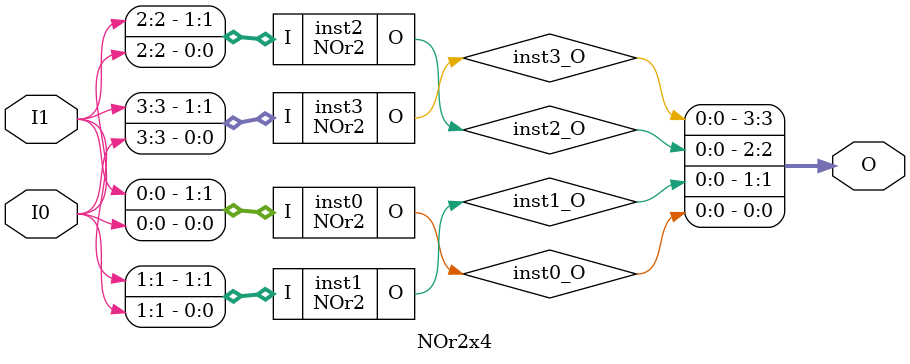
<source format=v>
module NOr2 (input [1:0] I, output  O);
wire  inst0_O;
SB_LUT4 #(.LUT_INIT(16'h1111)) inst0 (.I0(I[0]), .I1(I[1]), .I2(1'b0), .I3(1'b0), .O(inst0_O));
assign O = inst0_O;
endmodule

module NOr2x4 (input [3:0] I0, input [3:0] I1, output [3:0] O);
wire  inst0_O;
wire  inst1_O;
wire  inst2_O;
wire  inst3_O;
NOr2 inst0 (.I({I1[0],I0[0]}), .O(inst0_O));
NOr2 inst1 (.I({I1[1],I0[1]}), .O(inst1_O));
NOr2 inst2 (.I({I1[2],I0[2]}), .O(inst2_O));
NOr2 inst3 (.I({I1[3],I0[3]}), .O(inst3_O));
assign O = {inst3_O,inst2_O,inst1_O,inst0_O};
endmodule


</source>
